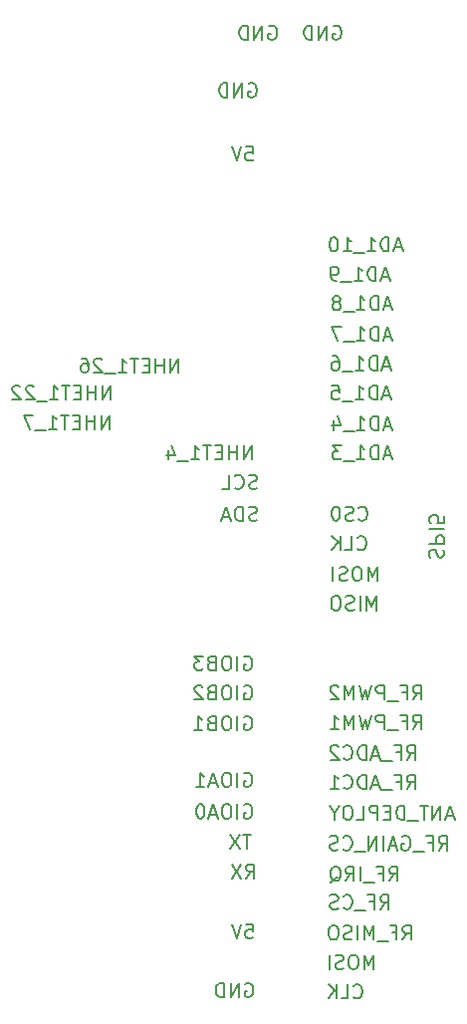
<source format=gbr>
G04 #@! TF.FileFunction,Legend,Bot*
%FSLAX46Y46*%
G04 Gerber Fmt 4.6, Leading zero omitted, Abs format (unit mm)*
G04 Created by KiCad (PCBNEW 4.0.4-stable) date Monday, July 31, 2017 'PMt' 11:33:08 PM*
%MOMM*%
%LPD*%
G01*
G04 APERTURE LIST*
%ADD10C,0.100000*%
%ADD11C,0.200000*%
G04 APERTURE END LIST*
D10*
D11*
X186514285Y-105128571D02*
X186571428Y-105185714D01*
X186742857Y-105242857D01*
X186857143Y-105242857D01*
X187028571Y-105185714D01*
X187142857Y-105071429D01*
X187200000Y-104957143D01*
X187257143Y-104728571D01*
X187257143Y-104557143D01*
X187200000Y-104328571D01*
X187142857Y-104214286D01*
X187028571Y-104100000D01*
X186857143Y-104042857D01*
X186742857Y-104042857D01*
X186571428Y-104100000D01*
X186514285Y-104157143D01*
X185428571Y-105242857D02*
X186000000Y-105242857D01*
X186000000Y-104042857D01*
X185028571Y-105242857D02*
X185028571Y-104042857D01*
X184342856Y-105242857D02*
X184857142Y-104557143D01*
X184342856Y-104042857D02*
X185028571Y-104728571D01*
X188185715Y-102742857D02*
X188185715Y-101542857D01*
X187785715Y-102400000D01*
X187385715Y-101542857D01*
X187385715Y-102742857D01*
X186585714Y-101542857D02*
X186357143Y-101542857D01*
X186242857Y-101600000D01*
X186128571Y-101714286D01*
X186071429Y-101942857D01*
X186071429Y-102342857D01*
X186128571Y-102571429D01*
X186242857Y-102685714D01*
X186357143Y-102742857D01*
X186585714Y-102742857D01*
X186700000Y-102685714D01*
X186814286Y-102571429D01*
X186871429Y-102342857D01*
X186871429Y-101942857D01*
X186814286Y-101714286D01*
X186700000Y-101600000D01*
X186585714Y-101542857D01*
X185614286Y-102685714D02*
X185442857Y-102742857D01*
X185157143Y-102742857D01*
X185042857Y-102685714D01*
X184985714Y-102628571D01*
X184928571Y-102514286D01*
X184928571Y-102400000D01*
X184985714Y-102285714D01*
X185042857Y-102228571D01*
X185157143Y-102171429D01*
X185385714Y-102114286D01*
X185500000Y-102057143D01*
X185557143Y-102000000D01*
X185614286Y-101885714D01*
X185614286Y-101771429D01*
X185557143Y-101657143D01*
X185500000Y-101600000D01*
X185385714Y-101542857D01*
X185100000Y-101542857D01*
X184928571Y-101600000D01*
X184414286Y-102742857D02*
X184414286Y-101542857D01*
X190671428Y-100242857D02*
X191071428Y-99671429D01*
X191357143Y-100242857D02*
X191357143Y-99042857D01*
X190900000Y-99042857D01*
X190785714Y-99100000D01*
X190728571Y-99157143D01*
X190671428Y-99271429D01*
X190671428Y-99442857D01*
X190728571Y-99557143D01*
X190785714Y-99614286D01*
X190900000Y-99671429D01*
X191357143Y-99671429D01*
X189757143Y-99614286D02*
X190157143Y-99614286D01*
X190157143Y-100242857D02*
X190157143Y-99042857D01*
X189585714Y-99042857D01*
X189414286Y-100357143D02*
X188500000Y-100357143D01*
X188214286Y-100242857D02*
X188214286Y-99042857D01*
X187814286Y-99900000D01*
X187414286Y-99042857D01*
X187414286Y-100242857D01*
X186842857Y-100242857D02*
X186842857Y-99042857D01*
X186328571Y-100185714D02*
X186157142Y-100242857D01*
X185871428Y-100242857D01*
X185757142Y-100185714D01*
X185699999Y-100128571D01*
X185642856Y-100014286D01*
X185642856Y-99900000D01*
X185699999Y-99785714D01*
X185757142Y-99728571D01*
X185871428Y-99671429D01*
X186099999Y-99614286D01*
X186214285Y-99557143D01*
X186271428Y-99500000D01*
X186328571Y-99385714D01*
X186328571Y-99271429D01*
X186271428Y-99157143D01*
X186214285Y-99100000D01*
X186099999Y-99042857D01*
X185814285Y-99042857D01*
X185642856Y-99100000D01*
X184899999Y-99042857D02*
X184671428Y-99042857D01*
X184557142Y-99100000D01*
X184442856Y-99214286D01*
X184385714Y-99442857D01*
X184385714Y-99842857D01*
X184442856Y-100071429D01*
X184557142Y-100185714D01*
X184671428Y-100242857D01*
X184899999Y-100242857D01*
X185014285Y-100185714D01*
X185128571Y-100071429D01*
X185185714Y-99842857D01*
X185185714Y-99442857D01*
X185128571Y-99214286D01*
X185014285Y-99100000D01*
X184899999Y-99042857D01*
X188771428Y-97642857D02*
X189171428Y-97071429D01*
X189457143Y-97642857D02*
X189457143Y-96442857D01*
X189000000Y-96442857D01*
X188885714Y-96500000D01*
X188828571Y-96557143D01*
X188771428Y-96671429D01*
X188771428Y-96842857D01*
X188828571Y-96957143D01*
X188885714Y-97014286D01*
X189000000Y-97071429D01*
X189457143Y-97071429D01*
X187857143Y-97014286D02*
X188257143Y-97014286D01*
X188257143Y-97642857D02*
X188257143Y-96442857D01*
X187685714Y-96442857D01*
X187514286Y-97757143D02*
X186600000Y-97757143D01*
X185628571Y-97528571D02*
X185685714Y-97585714D01*
X185857143Y-97642857D01*
X185971429Y-97642857D01*
X186142857Y-97585714D01*
X186257143Y-97471429D01*
X186314286Y-97357143D01*
X186371429Y-97128571D01*
X186371429Y-96957143D01*
X186314286Y-96728571D01*
X186257143Y-96614286D01*
X186142857Y-96500000D01*
X185971429Y-96442857D01*
X185857143Y-96442857D01*
X185685714Y-96500000D01*
X185628571Y-96557143D01*
X185171429Y-97585714D02*
X185000000Y-97642857D01*
X184714286Y-97642857D01*
X184600000Y-97585714D01*
X184542857Y-97528571D01*
X184485714Y-97414286D01*
X184485714Y-97300000D01*
X184542857Y-97185714D01*
X184600000Y-97128571D01*
X184714286Y-97071429D01*
X184942857Y-97014286D01*
X185057143Y-96957143D01*
X185114286Y-96900000D01*
X185171429Y-96785714D01*
X185171429Y-96671429D01*
X185114286Y-96557143D01*
X185057143Y-96500000D01*
X184942857Y-96442857D01*
X184657143Y-96442857D01*
X184485714Y-96500000D01*
X189528571Y-95242857D02*
X189928571Y-94671429D01*
X190214286Y-95242857D02*
X190214286Y-94042857D01*
X189757143Y-94042857D01*
X189642857Y-94100000D01*
X189585714Y-94157143D01*
X189528571Y-94271429D01*
X189528571Y-94442857D01*
X189585714Y-94557143D01*
X189642857Y-94614286D01*
X189757143Y-94671429D01*
X190214286Y-94671429D01*
X188614286Y-94614286D02*
X189014286Y-94614286D01*
X189014286Y-95242857D02*
X189014286Y-94042857D01*
X188442857Y-94042857D01*
X188271429Y-95357143D02*
X187357143Y-95357143D01*
X187071429Y-95242857D02*
X187071429Y-94042857D01*
X185814285Y-95242857D02*
X186214285Y-94671429D01*
X186500000Y-95242857D02*
X186500000Y-94042857D01*
X186042857Y-94042857D01*
X185928571Y-94100000D01*
X185871428Y-94157143D01*
X185814285Y-94271429D01*
X185814285Y-94442857D01*
X185871428Y-94557143D01*
X185928571Y-94614286D01*
X186042857Y-94671429D01*
X186500000Y-94671429D01*
X184500000Y-95357143D02*
X184614285Y-95300000D01*
X184728571Y-95185714D01*
X184900000Y-95014286D01*
X185014285Y-94957143D01*
X185128571Y-94957143D01*
X185071428Y-95242857D02*
X185185714Y-95185714D01*
X185300000Y-95071429D01*
X185357143Y-94842857D01*
X185357143Y-94442857D01*
X185300000Y-94214286D01*
X185185714Y-94100000D01*
X185071428Y-94042857D01*
X184842857Y-94042857D01*
X184728571Y-94100000D01*
X184614285Y-94214286D01*
X184557143Y-94442857D01*
X184557143Y-94842857D01*
X184614285Y-95071429D01*
X184728571Y-95185714D01*
X184842857Y-95242857D01*
X185071428Y-95242857D01*
X193728571Y-92642857D02*
X194128571Y-92071429D01*
X194414286Y-92642857D02*
X194414286Y-91442857D01*
X193957143Y-91442857D01*
X193842857Y-91500000D01*
X193785714Y-91557143D01*
X193728571Y-91671429D01*
X193728571Y-91842857D01*
X193785714Y-91957143D01*
X193842857Y-92014286D01*
X193957143Y-92071429D01*
X194414286Y-92071429D01*
X192814286Y-92014286D02*
X193214286Y-92014286D01*
X193214286Y-92642857D02*
X193214286Y-91442857D01*
X192642857Y-91442857D01*
X192471429Y-92757143D02*
X191557143Y-92757143D01*
X190642857Y-91500000D02*
X190757143Y-91442857D01*
X190928572Y-91442857D01*
X191100000Y-91500000D01*
X191214286Y-91614286D01*
X191271429Y-91728571D01*
X191328572Y-91957143D01*
X191328572Y-92128571D01*
X191271429Y-92357143D01*
X191214286Y-92471429D01*
X191100000Y-92585714D01*
X190928572Y-92642857D01*
X190814286Y-92642857D01*
X190642857Y-92585714D01*
X190585714Y-92528571D01*
X190585714Y-92128571D01*
X190814286Y-92128571D01*
X190128572Y-92300000D02*
X189557143Y-92300000D01*
X190242857Y-92642857D02*
X189842857Y-91442857D01*
X189442857Y-92642857D01*
X189042858Y-92642857D02*
X189042858Y-91442857D01*
X188471429Y-92642857D02*
X188471429Y-91442857D01*
X187785714Y-92642857D01*
X187785714Y-91442857D01*
X187500000Y-92757143D02*
X186585714Y-92757143D01*
X185614285Y-92528571D02*
X185671428Y-92585714D01*
X185842857Y-92642857D01*
X185957143Y-92642857D01*
X186128571Y-92585714D01*
X186242857Y-92471429D01*
X186300000Y-92357143D01*
X186357143Y-92128571D01*
X186357143Y-91957143D01*
X186300000Y-91728571D01*
X186242857Y-91614286D01*
X186128571Y-91500000D01*
X185957143Y-91442857D01*
X185842857Y-91442857D01*
X185671428Y-91500000D01*
X185614285Y-91557143D01*
X185157143Y-92585714D02*
X184985714Y-92642857D01*
X184700000Y-92642857D01*
X184585714Y-92585714D01*
X184528571Y-92528571D01*
X184471428Y-92414286D01*
X184471428Y-92300000D01*
X184528571Y-92185714D01*
X184585714Y-92128571D01*
X184700000Y-92071429D01*
X184928571Y-92014286D01*
X185042857Y-91957143D01*
X185100000Y-91900000D01*
X185157143Y-91785714D01*
X185157143Y-91671429D01*
X185100000Y-91557143D01*
X185042857Y-91500000D01*
X184928571Y-91442857D01*
X184642857Y-91442857D01*
X184471428Y-91500000D01*
X194971429Y-89700000D02*
X194400000Y-89700000D01*
X195085714Y-90042857D02*
X194685714Y-88842857D01*
X194285714Y-90042857D01*
X193885715Y-90042857D02*
X193885715Y-88842857D01*
X193200000Y-90042857D01*
X193200000Y-88842857D01*
X192800000Y-88842857D02*
X192114286Y-88842857D01*
X192457143Y-90042857D02*
X192457143Y-88842857D01*
X192000000Y-90157143D02*
X191085714Y-90157143D01*
X190800000Y-90042857D02*
X190800000Y-88842857D01*
X190514285Y-88842857D01*
X190342857Y-88900000D01*
X190228571Y-89014286D01*
X190171428Y-89128571D01*
X190114285Y-89357143D01*
X190114285Y-89528571D01*
X190171428Y-89757143D01*
X190228571Y-89871429D01*
X190342857Y-89985714D01*
X190514285Y-90042857D01*
X190800000Y-90042857D01*
X189600000Y-89414286D02*
X189200000Y-89414286D01*
X189028571Y-90042857D02*
X189600000Y-90042857D01*
X189600000Y-88842857D01*
X189028571Y-88842857D01*
X188514286Y-90042857D02*
X188514286Y-88842857D01*
X188057143Y-88842857D01*
X187942857Y-88900000D01*
X187885714Y-88957143D01*
X187828571Y-89071429D01*
X187828571Y-89242857D01*
X187885714Y-89357143D01*
X187942857Y-89414286D01*
X188057143Y-89471429D01*
X188514286Y-89471429D01*
X186742857Y-90042857D02*
X187314286Y-90042857D01*
X187314286Y-88842857D01*
X186114285Y-88842857D02*
X185885714Y-88842857D01*
X185771428Y-88900000D01*
X185657142Y-89014286D01*
X185600000Y-89242857D01*
X185600000Y-89642857D01*
X185657142Y-89871429D01*
X185771428Y-89985714D01*
X185885714Y-90042857D01*
X186114285Y-90042857D01*
X186228571Y-89985714D01*
X186342857Y-89871429D01*
X186400000Y-89642857D01*
X186400000Y-89242857D01*
X186342857Y-89014286D01*
X186228571Y-88900000D01*
X186114285Y-88842857D01*
X184857142Y-89471429D02*
X184857142Y-90042857D01*
X185257142Y-88842857D02*
X184857142Y-89471429D01*
X184457142Y-88842857D01*
X191028571Y-87442857D02*
X191428571Y-86871429D01*
X191714286Y-87442857D02*
X191714286Y-86242857D01*
X191257143Y-86242857D01*
X191142857Y-86300000D01*
X191085714Y-86357143D01*
X191028571Y-86471429D01*
X191028571Y-86642857D01*
X191085714Y-86757143D01*
X191142857Y-86814286D01*
X191257143Y-86871429D01*
X191714286Y-86871429D01*
X190114286Y-86814286D02*
X190514286Y-86814286D01*
X190514286Y-87442857D02*
X190514286Y-86242857D01*
X189942857Y-86242857D01*
X189771429Y-87557143D02*
X188857143Y-87557143D01*
X188628572Y-87100000D02*
X188057143Y-87100000D01*
X188742857Y-87442857D02*
X188342857Y-86242857D01*
X187942857Y-87442857D01*
X187542858Y-87442857D02*
X187542858Y-86242857D01*
X187257143Y-86242857D01*
X187085715Y-86300000D01*
X186971429Y-86414286D01*
X186914286Y-86528571D01*
X186857143Y-86757143D01*
X186857143Y-86928571D01*
X186914286Y-87157143D01*
X186971429Y-87271429D01*
X187085715Y-87385714D01*
X187257143Y-87442857D01*
X187542858Y-87442857D01*
X185657143Y-87328571D02*
X185714286Y-87385714D01*
X185885715Y-87442857D01*
X186000001Y-87442857D01*
X186171429Y-87385714D01*
X186285715Y-87271429D01*
X186342858Y-87157143D01*
X186400001Y-86928571D01*
X186400001Y-86757143D01*
X186342858Y-86528571D01*
X186285715Y-86414286D01*
X186171429Y-86300000D01*
X186000001Y-86242857D01*
X185885715Y-86242857D01*
X185714286Y-86300000D01*
X185657143Y-86357143D01*
X184514286Y-87442857D02*
X185200001Y-87442857D01*
X184857143Y-87442857D02*
X184857143Y-86242857D01*
X184971429Y-86414286D01*
X185085715Y-86528571D01*
X185200001Y-86585714D01*
X191028571Y-84942857D02*
X191428571Y-84371429D01*
X191714286Y-84942857D02*
X191714286Y-83742857D01*
X191257143Y-83742857D01*
X191142857Y-83800000D01*
X191085714Y-83857143D01*
X191028571Y-83971429D01*
X191028571Y-84142857D01*
X191085714Y-84257143D01*
X191142857Y-84314286D01*
X191257143Y-84371429D01*
X191714286Y-84371429D01*
X190114286Y-84314286D02*
X190514286Y-84314286D01*
X190514286Y-84942857D02*
X190514286Y-83742857D01*
X189942857Y-83742857D01*
X189771429Y-85057143D02*
X188857143Y-85057143D01*
X188628572Y-84600000D02*
X188057143Y-84600000D01*
X188742857Y-84942857D02*
X188342857Y-83742857D01*
X187942857Y-84942857D01*
X187542858Y-84942857D02*
X187542858Y-83742857D01*
X187257143Y-83742857D01*
X187085715Y-83800000D01*
X186971429Y-83914286D01*
X186914286Y-84028571D01*
X186857143Y-84257143D01*
X186857143Y-84428571D01*
X186914286Y-84657143D01*
X186971429Y-84771429D01*
X187085715Y-84885714D01*
X187257143Y-84942857D01*
X187542858Y-84942857D01*
X185657143Y-84828571D02*
X185714286Y-84885714D01*
X185885715Y-84942857D01*
X186000001Y-84942857D01*
X186171429Y-84885714D01*
X186285715Y-84771429D01*
X186342858Y-84657143D01*
X186400001Y-84428571D01*
X186400001Y-84257143D01*
X186342858Y-84028571D01*
X186285715Y-83914286D01*
X186171429Y-83800000D01*
X186000001Y-83742857D01*
X185885715Y-83742857D01*
X185714286Y-83800000D01*
X185657143Y-83857143D01*
X185200001Y-83857143D02*
X185142858Y-83800000D01*
X185028572Y-83742857D01*
X184742858Y-83742857D01*
X184628572Y-83800000D01*
X184571429Y-83857143D01*
X184514286Y-83971429D01*
X184514286Y-84085714D01*
X184571429Y-84257143D01*
X185257143Y-84942857D01*
X184514286Y-84942857D01*
X191528571Y-82342857D02*
X191928571Y-81771429D01*
X192214286Y-82342857D02*
X192214286Y-81142857D01*
X191757143Y-81142857D01*
X191642857Y-81200000D01*
X191585714Y-81257143D01*
X191528571Y-81371429D01*
X191528571Y-81542857D01*
X191585714Y-81657143D01*
X191642857Y-81714286D01*
X191757143Y-81771429D01*
X192214286Y-81771429D01*
X190614286Y-81714286D02*
X191014286Y-81714286D01*
X191014286Y-82342857D02*
X191014286Y-81142857D01*
X190442857Y-81142857D01*
X190271429Y-82457143D02*
X189357143Y-82457143D01*
X189071429Y-82342857D02*
X189071429Y-81142857D01*
X188614286Y-81142857D01*
X188500000Y-81200000D01*
X188442857Y-81257143D01*
X188385714Y-81371429D01*
X188385714Y-81542857D01*
X188442857Y-81657143D01*
X188500000Y-81714286D01*
X188614286Y-81771429D01*
X189071429Y-81771429D01*
X187985714Y-81142857D02*
X187700000Y-82342857D01*
X187471429Y-81485714D01*
X187242857Y-82342857D01*
X186957143Y-81142857D01*
X186500000Y-82342857D02*
X186500000Y-81142857D01*
X186100000Y-82000000D01*
X185700000Y-81142857D01*
X185700000Y-82342857D01*
X184499999Y-82342857D02*
X185185714Y-82342857D01*
X184842856Y-82342857D02*
X184842856Y-81142857D01*
X184957142Y-81314286D01*
X185071428Y-81428571D01*
X185185714Y-81485714D01*
X191528571Y-79842857D02*
X191928571Y-79271429D01*
X192214286Y-79842857D02*
X192214286Y-78642857D01*
X191757143Y-78642857D01*
X191642857Y-78700000D01*
X191585714Y-78757143D01*
X191528571Y-78871429D01*
X191528571Y-79042857D01*
X191585714Y-79157143D01*
X191642857Y-79214286D01*
X191757143Y-79271429D01*
X192214286Y-79271429D01*
X190614286Y-79214286D02*
X191014286Y-79214286D01*
X191014286Y-79842857D02*
X191014286Y-78642857D01*
X190442857Y-78642857D01*
X190271429Y-79957143D02*
X189357143Y-79957143D01*
X189071429Y-79842857D02*
X189071429Y-78642857D01*
X188614286Y-78642857D01*
X188500000Y-78700000D01*
X188442857Y-78757143D01*
X188385714Y-78871429D01*
X188385714Y-79042857D01*
X188442857Y-79157143D01*
X188500000Y-79214286D01*
X188614286Y-79271429D01*
X189071429Y-79271429D01*
X187985714Y-78642857D02*
X187700000Y-79842857D01*
X187471429Y-78985714D01*
X187242857Y-79842857D01*
X186957143Y-78642857D01*
X186500000Y-79842857D02*
X186500000Y-78642857D01*
X186100000Y-79500000D01*
X185700000Y-78642857D01*
X185700000Y-79842857D01*
X185185714Y-78757143D02*
X185128571Y-78700000D01*
X185014285Y-78642857D01*
X184728571Y-78642857D01*
X184614285Y-78700000D01*
X184557142Y-78757143D01*
X184499999Y-78871429D01*
X184499999Y-78985714D01*
X184557142Y-79157143D01*
X185242856Y-79842857D01*
X184499999Y-79842857D01*
X188414286Y-72242857D02*
X188414286Y-71042857D01*
X188014286Y-71900000D01*
X187614286Y-71042857D01*
X187614286Y-72242857D01*
X187042857Y-72242857D02*
X187042857Y-71042857D01*
X186528571Y-72185714D02*
X186357142Y-72242857D01*
X186071428Y-72242857D01*
X185957142Y-72185714D01*
X185899999Y-72128571D01*
X185842856Y-72014286D01*
X185842856Y-71900000D01*
X185899999Y-71785714D01*
X185957142Y-71728571D01*
X186071428Y-71671429D01*
X186299999Y-71614286D01*
X186414285Y-71557143D01*
X186471428Y-71500000D01*
X186528571Y-71385714D01*
X186528571Y-71271429D01*
X186471428Y-71157143D01*
X186414285Y-71100000D01*
X186299999Y-71042857D01*
X186014285Y-71042857D01*
X185842856Y-71100000D01*
X185099999Y-71042857D02*
X184871428Y-71042857D01*
X184757142Y-71100000D01*
X184642856Y-71214286D01*
X184585714Y-71442857D01*
X184585714Y-71842857D01*
X184642856Y-72071429D01*
X184757142Y-72185714D01*
X184871428Y-72242857D01*
X185099999Y-72242857D01*
X185214285Y-72185714D01*
X185328571Y-72071429D01*
X185385714Y-71842857D01*
X185385714Y-71442857D01*
X185328571Y-71214286D01*
X185214285Y-71100000D01*
X185099999Y-71042857D01*
X188514286Y-69742857D02*
X188514286Y-68542857D01*
X188114286Y-69400000D01*
X187714286Y-68542857D01*
X187714286Y-69742857D01*
X186914285Y-68542857D02*
X186685714Y-68542857D01*
X186571428Y-68600000D01*
X186457142Y-68714286D01*
X186400000Y-68942857D01*
X186400000Y-69342857D01*
X186457142Y-69571429D01*
X186571428Y-69685714D01*
X186685714Y-69742857D01*
X186914285Y-69742857D01*
X187028571Y-69685714D01*
X187142857Y-69571429D01*
X187200000Y-69342857D01*
X187200000Y-68942857D01*
X187142857Y-68714286D01*
X187028571Y-68600000D01*
X186914285Y-68542857D01*
X185942857Y-69685714D02*
X185771428Y-69742857D01*
X185485714Y-69742857D01*
X185371428Y-69685714D01*
X185314285Y-69628571D01*
X185257142Y-69514286D01*
X185257142Y-69400000D01*
X185314285Y-69285714D01*
X185371428Y-69228571D01*
X185485714Y-69171429D01*
X185714285Y-69114286D01*
X185828571Y-69057143D01*
X185885714Y-69000000D01*
X185942857Y-68885714D01*
X185942857Y-68771429D01*
X185885714Y-68657143D01*
X185828571Y-68600000D01*
X185714285Y-68542857D01*
X185428571Y-68542857D01*
X185257142Y-68600000D01*
X184742857Y-69742857D02*
X184742857Y-68542857D01*
X186828571Y-67028571D02*
X186885714Y-67085714D01*
X187057143Y-67142857D01*
X187171429Y-67142857D01*
X187342857Y-67085714D01*
X187457143Y-66971429D01*
X187514286Y-66857143D01*
X187571429Y-66628571D01*
X187571429Y-66457143D01*
X187514286Y-66228571D01*
X187457143Y-66114286D01*
X187342857Y-66000000D01*
X187171429Y-65942857D01*
X187057143Y-65942857D01*
X186885714Y-66000000D01*
X186828571Y-66057143D01*
X185742857Y-67142857D02*
X186314286Y-67142857D01*
X186314286Y-65942857D01*
X185342857Y-67142857D02*
X185342857Y-65942857D01*
X184657142Y-67142857D02*
X185171428Y-66457143D01*
X184657142Y-65942857D02*
X185342857Y-66628571D01*
X193014286Y-67771429D02*
X192957143Y-67600000D01*
X192957143Y-67314286D01*
X193014286Y-67200000D01*
X193071429Y-67142857D01*
X193185714Y-67085714D01*
X193300000Y-67085714D01*
X193414286Y-67142857D01*
X193471429Y-67200000D01*
X193528571Y-67314286D01*
X193585714Y-67542857D01*
X193642857Y-67657143D01*
X193700000Y-67714286D01*
X193814286Y-67771429D01*
X193928571Y-67771429D01*
X194042857Y-67714286D01*
X194100000Y-67657143D01*
X194157143Y-67542857D01*
X194157143Y-67257143D01*
X194100000Y-67085714D01*
X192957143Y-66571429D02*
X194157143Y-66571429D01*
X194157143Y-66114286D01*
X194100000Y-66000000D01*
X194042857Y-65942857D01*
X193928571Y-65885714D01*
X193757143Y-65885714D01*
X193642857Y-65942857D01*
X193585714Y-66000000D01*
X193528571Y-66114286D01*
X193528571Y-66571429D01*
X192957143Y-65371429D02*
X194157143Y-65371429D01*
X194157143Y-64228571D02*
X194157143Y-64800000D01*
X193585714Y-64857143D01*
X193642857Y-64800000D01*
X193700000Y-64685714D01*
X193700000Y-64400000D01*
X193642857Y-64285714D01*
X193585714Y-64228571D01*
X193471429Y-64171428D01*
X193185714Y-64171428D01*
X193071429Y-64228571D01*
X193014286Y-64285714D01*
X192957143Y-64400000D01*
X192957143Y-64685714D01*
X193014286Y-64800000D01*
X193071429Y-64857143D01*
X186928571Y-64528571D02*
X186985714Y-64585714D01*
X187157143Y-64642857D01*
X187271429Y-64642857D01*
X187442857Y-64585714D01*
X187557143Y-64471429D01*
X187614286Y-64357143D01*
X187671429Y-64128571D01*
X187671429Y-63957143D01*
X187614286Y-63728571D01*
X187557143Y-63614286D01*
X187442857Y-63500000D01*
X187271429Y-63442857D01*
X187157143Y-63442857D01*
X186985714Y-63500000D01*
X186928571Y-63557143D01*
X186471429Y-64585714D02*
X186300000Y-64642857D01*
X186014286Y-64642857D01*
X185900000Y-64585714D01*
X185842857Y-64528571D01*
X185785714Y-64414286D01*
X185785714Y-64300000D01*
X185842857Y-64185714D01*
X185900000Y-64128571D01*
X186014286Y-64071429D01*
X186242857Y-64014286D01*
X186357143Y-63957143D01*
X186414286Y-63900000D01*
X186471429Y-63785714D01*
X186471429Y-63671429D01*
X186414286Y-63557143D01*
X186357143Y-63500000D01*
X186242857Y-63442857D01*
X185957143Y-63442857D01*
X185785714Y-63500000D01*
X185042857Y-63442857D02*
X184928572Y-63442857D01*
X184814286Y-63500000D01*
X184757143Y-63557143D01*
X184700000Y-63671429D01*
X184642857Y-63900000D01*
X184642857Y-64185714D01*
X184700000Y-64414286D01*
X184757143Y-64528571D01*
X184814286Y-64585714D01*
X184928572Y-64642857D01*
X185042857Y-64642857D01*
X185157143Y-64585714D01*
X185214286Y-64528571D01*
X185271429Y-64414286D01*
X185328572Y-64185714D01*
X185328572Y-63900000D01*
X185271429Y-63671429D01*
X185214286Y-63557143D01*
X185157143Y-63500000D01*
X185042857Y-63442857D01*
X189671429Y-59100000D02*
X189100000Y-59100000D01*
X189785714Y-59442857D02*
X189385714Y-58242857D01*
X188985714Y-59442857D01*
X188585715Y-59442857D02*
X188585715Y-58242857D01*
X188300000Y-58242857D01*
X188128572Y-58300000D01*
X188014286Y-58414286D01*
X187957143Y-58528571D01*
X187900000Y-58757143D01*
X187900000Y-58928571D01*
X187957143Y-59157143D01*
X188014286Y-59271429D01*
X188128572Y-59385714D01*
X188300000Y-59442857D01*
X188585715Y-59442857D01*
X186757143Y-59442857D02*
X187442858Y-59442857D01*
X187100000Y-59442857D02*
X187100000Y-58242857D01*
X187214286Y-58414286D01*
X187328572Y-58528571D01*
X187442858Y-58585714D01*
X186528572Y-59557143D02*
X185614286Y-59557143D01*
X185442857Y-58242857D02*
X184700000Y-58242857D01*
X185100000Y-58700000D01*
X184928572Y-58700000D01*
X184814286Y-58757143D01*
X184757143Y-58814286D01*
X184700000Y-58928571D01*
X184700000Y-59214286D01*
X184757143Y-59328571D01*
X184814286Y-59385714D01*
X184928572Y-59442857D01*
X185271429Y-59442857D01*
X185385715Y-59385714D01*
X185442857Y-59328571D01*
X189671429Y-56600000D02*
X189100000Y-56600000D01*
X189785714Y-56942857D02*
X189385714Y-55742857D01*
X188985714Y-56942857D01*
X188585715Y-56942857D02*
X188585715Y-55742857D01*
X188300000Y-55742857D01*
X188128572Y-55800000D01*
X188014286Y-55914286D01*
X187957143Y-56028571D01*
X187900000Y-56257143D01*
X187900000Y-56428571D01*
X187957143Y-56657143D01*
X188014286Y-56771429D01*
X188128572Y-56885714D01*
X188300000Y-56942857D01*
X188585715Y-56942857D01*
X186757143Y-56942857D02*
X187442858Y-56942857D01*
X187100000Y-56942857D02*
X187100000Y-55742857D01*
X187214286Y-55914286D01*
X187328572Y-56028571D01*
X187442858Y-56085714D01*
X186528572Y-57057143D02*
X185614286Y-57057143D01*
X184814286Y-56142857D02*
X184814286Y-56942857D01*
X185100000Y-55685714D02*
X185385715Y-56542857D01*
X184642857Y-56542857D01*
X189571429Y-54000000D02*
X189000000Y-54000000D01*
X189685714Y-54342857D02*
X189285714Y-53142857D01*
X188885714Y-54342857D01*
X188485715Y-54342857D02*
X188485715Y-53142857D01*
X188200000Y-53142857D01*
X188028572Y-53200000D01*
X187914286Y-53314286D01*
X187857143Y-53428571D01*
X187800000Y-53657143D01*
X187800000Y-53828571D01*
X187857143Y-54057143D01*
X187914286Y-54171429D01*
X188028572Y-54285714D01*
X188200000Y-54342857D01*
X188485715Y-54342857D01*
X186657143Y-54342857D02*
X187342858Y-54342857D01*
X187000000Y-54342857D02*
X187000000Y-53142857D01*
X187114286Y-53314286D01*
X187228572Y-53428571D01*
X187342858Y-53485714D01*
X186428572Y-54457143D02*
X185514286Y-54457143D01*
X184657143Y-53142857D02*
X185228572Y-53142857D01*
X185285715Y-53714286D01*
X185228572Y-53657143D01*
X185114286Y-53600000D01*
X184828572Y-53600000D01*
X184714286Y-53657143D01*
X184657143Y-53714286D01*
X184600000Y-53828571D01*
X184600000Y-54114286D01*
X184657143Y-54228571D01*
X184714286Y-54285714D01*
X184828572Y-54342857D01*
X185114286Y-54342857D01*
X185228572Y-54285714D01*
X185285715Y-54228571D01*
X189571429Y-51500000D02*
X189000000Y-51500000D01*
X189685714Y-51842857D02*
X189285714Y-50642857D01*
X188885714Y-51842857D01*
X188485715Y-51842857D02*
X188485715Y-50642857D01*
X188200000Y-50642857D01*
X188028572Y-50700000D01*
X187914286Y-50814286D01*
X187857143Y-50928571D01*
X187800000Y-51157143D01*
X187800000Y-51328571D01*
X187857143Y-51557143D01*
X187914286Y-51671429D01*
X188028572Y-51785714D01*
X188200000Y-51842857D01*
X188485715Y-51842857D01*
X186657143Y-51842857D02*
X187342858Y-51842857D01*
X187000000Y-51842857D02*
X187000000Y-50642857D01*
X187114286Y-50814286D01*
X187228572Y-50928571D01*
X187342858Y-50985714D01*
X186428572Y-51957143D02*
X185514286Y-51957143D01*
X184714286Y-50642857D02*
X184942857Y-50642857D01*
X185057143Y-50700000D01*
X185114286Y-50757143D01*
X185228572Y-50928571D01*
X185285715Y-51157143D01*
X185285715Y-51614286D01*
X185228572Y-51728571D01*
X185171429Y-51785714D01*
X185057143Y-51842857D01*
X184828572Y-51842857D01*
X184714286Y-51785714D01*
X184657143Y-51728571D01*
X184600000Y-51614286D01*
X184600000Y-51328571D01*
X184657143Y-51214286D01*
X184714286Y-51157143D01*
X184828572Y-51100000D01*
X185057143Y-51100000D01*
X185171429Y-51157143D01*
X185228572Y-51214286D01*
X185285715Y-51328571D01*
X189671429Y-49000000D02*
X189100000Y-49000000D01*
X189785714Y-49342857D02*
X189385714Y-48142857D01*
X188985714Y-49342857D01*
X188585715Y-49342857D02*
X188585715Y-48142857D01*
X188300000Y-48142857D01*
X188128572Y-48200000D01*
X188014286Y-48314286D01*
X187957143Y-48428571D01*
X187900000Y-48657143D01*
X187900000Y-48828571D01*
X187957143Y-49057143D01*
X188014286Y-49171429D01*
X188128572Y-49285714D01*
X188300000Y-49342857D01*
X188585715Y-49342857D01*
X186757143Y-49342857D02*
X187442858Y-49342857D01*
X187100000Y-49342857D02*
X187100000Y-48142857D01*
X187214286Y-48314286D01*
X187328572Y-48428571D01*
X187442858Y-48485714D01*
X186528572Y-49457143D02*
X185614286Y-49457143D01*
X185442857Y-48142857D02*
X184642857Y-48142857D01*
X185157143Y-49342857D01*
X189671429Y-46400000D02*
X189100000Y-46400000D01*
X189785714Y-46742857D02*
X189385714Y-45542857D01*
X188985714Y-46742857D01*
X188585715Y-46742857D02*
X188585715Y-45542857D01*
X188300000Y-45542857D01*
X188128572Y-45600000D01*
X188014286Y-45714286D01*
X187957143Y-45828571D01*
X187900000Y-46057143D01*
X187900000Y-46228571D01*
X187957143Y-46457143D01*
X188014286Y-46571429D01*
X188128572Y-46685714D01*
X188300000Y-46742857D01*
X188585715Y-46742857D01*
X186757143Y-46742857D02*
X187442858Y-46742857D01*
X187100000Y-46742857D02*
X187100000Y-45542857D01*
X187214286Y-45714286D01*
X187328572Y-45828571D01*
X187442858Y-45885714D01*
X186528572Y-46857143D02*
X185614286Y-46857143D01*
X185157143Y-46057143D02*
X185271429Y-46000000D01*
X185328572Y-45942857D01*
X185385715Y-45828571D01*
X185385715Y-45771429D01*
X185328572Y-45657143D01*
X185271429Y-45600000D01*
X185157143Y-45542857D01*
X184928572Y-45542857D01*
X184814286Y-45600000D01*
X184757143Y-45657143D01*
X184700000Y-45771429D01*
X184700000Y-45828571D01*
X184757143Y-45942857D01*
X184814286Y-46000000D01*
X184928572Y-46057143D01*
X185157143Y-46057143D01*
X185271429Y-46114286D01*
X185328572Y-46171429D01*
X185385715Y-46285714D01*
X185385715Y-46514286D01*
X185328572Y-46628571D01*
X185271429Y-46685714D01*
X185157143Y-46742857D01*
X184928572Y-46742857D01*
X184814286Y-46685714D01*
X184757143Y-46628571D01*
X184700000Y-46514286D01*
X184700000Y-46285714D01*
X184757143Y-46171429D01*
X184814286Y-46114286D01*
X184928572Y-46057143D01*
X189471429Y-43900000D02*
X188900000Y-43900000D01*
X189585714Y-44242857D02*
X189185714Y-43042857D01*
X188785714Y-44242857D01*
X188385715Y-44242857D02*
X188385715Y-43042857D01*
X188100000Y-43042857D01*
X187928572Y-43100000D01*
X187814286Y-43214286D01*
X187757143Y-43328571D01*
X187700000Y-43557143D01*
X187700000Y-43728571D01*
X187757143Y-43957143D01*
X187814286Y-44071429D01*
X187928572Y-44185714D01*
X188100000Y-44242857D01*
X188385715Y-44242857D01*
X186557143Y-44242857D02*
X187242858Y-44242857D01*
X186900000Y-44242857D02*
X186900000Y-43042857D01*
X187014286Y-43214286D01*
X187128572Y-43328571D01*
X187242858Y-43385714D01*
X186328572Y-44357143D02*
X185414286Y-44357143D01*
X185071429Y-44242857D02*
X184842857Y-44242857D01*
X184728572Y-44185714D01*
X184671429Y-44128571D01*
X184557143Y-43957143D01*
X184500000Y-43728571D01*
X184500000Y-43271429D01*
X184557143Y-43157143D01*
X184614286Y-43100000D01*
X184728572Y-43042857D01*
X184957143Y-43042857D01*
X185071429Y-43100000D01*
X185128572Y-43157143D01*
X185185715Y-43271429D01*
X185185715Y-43557143D01*
X185128572Y-43671429D01*
X185071429Y-43728571D01*
X184957143Y-43785714D01*
X184728572Y-43785714D01*
X184614286Y-43728571D01*
X184557143Y-43671429D01*
X184500000Y-43557143D01*
X190571429Y-41400000D02*
X190000000Y-41400000D01*
X190685714Y-41742857D02*
X190285714Y-40542857D01*
X189885714Y-41742857D01*
X189485715Y-41742857D02*
X189485715Y-40542857D01*
X189200000Y-40542857D01*
X189028572Y-40600000D01*
X188914286Y-40714286D01*
X188857143Y-40828571D01*
X188800000Y-41057143D01*
X188800000Y-41228571D01*
X188857143Y-41457143D01*
X188914286Y-41571429D01*
X189028572Y-41685714D01*
X189200000Y-41742857D01*
X189485715Y-41742857D01*
X187657143Y-41742857D02*
X188342858Y-41742857D01*
X188000000Y-41742857D02*
X188000000Y-40542857D01*
X188114286Y-40714286D01*
X188228572Y-40828571D01*
X188342858Y-40885714D01*
X187428572Y-41857143D02*
X186514286Y-41857143D01*
X185600000Y-41742857D02*
X186285715Y-41742857D01*
X185942857Y-41742857D02*
X185942857Y-40542857D01*
X186057143Y-40714286D01*
X186171429Y-40828571D01*
X186285715Y-40885714D01*
X184857143Y-40542857D02*
X184742858Y-40542857D01*
X184628572Y-40600000D01*
X184571429Y-40657143D01*
X184514286Y-40771429D01*
X184457143Y-41000000D01*
X184457143Y-41285714D01*
X184514286Y-41514286D01*
X184571429Y-41628571D01*
X184628572Y-41685714D01*
X184742858Y-41742857D01*
X184857143Y-41742857D01*
X184971429Y-41685714D01*
X185028572Y-41628571D01*
X185085715Y-41514286D01*
X185142858Y-41285714D01*
X185142858Y-41000000D01*
X185085715Y-40771429D01*
X185028572Y-40657143D01*
X184971429Y-40600000D01*
X184857143Y-40542857D01*
X184785714Y-22600000D02*
X184900000Y-22542857D01*
X185071429Y-22542857D01*
X185242857Y-22600000D01*
X185357143Y-22714286D01*
X185414286Y-22828571D01*
X185471429Y-23057143D01*
X185471429Y-23228571D01*
X185414286Y-23457143D01*
X185357143Y-23571429D01*
X185242857Y-23685714D01*
X185071429Y-23742857D01*
X184957143Y-23742857D01*
X184785714Y-23685714D01*
X184728571Y-23628571D01*
X184728571Y-23228571D01*
X184957143Y-23228571D01*
X184214286Y-23742857D02*
X184214286Y-22542857D01*
X183528571Y-23742857D01*
X183528571Y-22542857D01*
X182957143Y-23742857D02*
X182957143Y-22542857D01*
X182671428Y-22542857D01*
X182500000Y-22600000D01*
X182385714Y-22714286D01*
X182328571Y-22828571D01*
X182271428Y-23057143D01*
X182271428Y-23228571D01*
X182328571Y-23457143D01*
X182385714Y-23571429D01*
X182500000Y-23685714D01*
X182671428Y-23742857D01*
X182957143Y-23742857D01*
X179299999Y-22600000D02*
X179414285Y-22542857D01*
X179585714Y-22542857D01*
X179757142Y-22600000D01*
X179871428Y-22714286D01*
X179928571Y-22828571D01*
X179985714Y-23057143D01*
X179985714Y-23228571D01*
X179928571Y-23457143D01*
X179871428Y-23571429D01*
X179757142Y-23685714D01*
X179585714Y-23742857D01*
X179471428Y-23742857D01*
X179299999Y-23685714D01*
X179242856Y-23628571D01*
X179242856Y-23228571D01*
X179471428Y-23228571D01*
X178728571Y-23742857D02*
X178728571Y-22542857D01*
X178042856Y-23742857D01*
X178042856Y-22542857D01*
X177471428Y-23742857D02*
X177471428Y-22542857D01*
X177185713Y-22542857D01*
X177014285Y-22600000D01*
X176899999Y-22714286D01*
X176842856Y-22828571D01*
X176785713Y-23057143D01*
X176785713Y-23228571D01*
X176842856Y-23457143D01*
X176899999Y-23571429D01*
X177014285Y-23685714D01*
X177185713Y-23742857D01*
X177471428Y-23742857D01*
X177585714Y-27500000D02*
X177700000Y-27442857D01*
X177871429Y-27442857D01*
X178042857Y-27500000D01*
X178157143Y-27614286D01*
X178214286Y-27728571D01*
X178271429Y-27957143D01*
X178271429Y-28128571D01*
X178214286Y-28357143D01*
X178157143Y-28471429D01*
X178042857Y-28585714D01*
X177871429Y-28642857D01*
X177757143Y-28642857D01*
X177585714Y-28585714D01*
X177528571Y-28528571D01*
X177528571Y-28128571D01*
X177757143Y-28128571D01*
X177014286Y-28642857D02*
X177014286Y-27442857D01*
X176328571Y-28642857D01*
X176328571Y-27442857D01*
X175757143Y-28642857D02*
X175757143Y-27442857D01*
X175471428Y-27442857D01*
X175300000Y-27500000D01*
X175185714Y-27614286D01*
X175128571Y-27728571D01*
X175071428Y-27957143D01*
X175071428Y-28128571D01*
X175128571Y-28357143D01*
X175185714Y-28471429D01*
X175300000Y-28585714D01*
X175471428Y-28642857D01*
X175757143Y-28642857D01*
X177342857Y-32842857D02*
X177914286Y-32842857D01*
X177971429Y-33414286D01*
X177914286Y-33357143D01*
X177800000Y-33300000D01*
X177514286Y-33300000D01*
X177400000Y-33357143D01*
X177342857Y-33414286D01*
X177285714Y-33528571D01*
X177285714Y-33814286D01*
X177342857Y-33928571D01*
X177400000Y-33985714D01*
X177514286Y-34042857D01*
X177800000Y-34042857D01*
X177914286Y-33985714D01*
X177971429Y-33928571D01*
X176942857Y-32842857D02*
X176542857Y-34042857D01*
X176142857Y-32842857D01*
X171614286Y-52042857D02*
X171614286Y-50842857D01*
X170928571Y-52042857D01*
X170928571Y-50842857D01*
X170357143Y-52042857D02*
X170357143Y-50842857D01*
X170357143Y-51414286D02*
X169671428Y-51414286D01*
X169671428Y-52042857D02*
X169671428Y-50842857D01*
X169100000Y-51414286D02*
X168700000Y-51414286D01*
X168528571Y-52042857D02*
X169100000Y-52042857D01*
X169100000Y-50842857D01*
X168528571Y-50842857D01*
X168185714Y-50842857D02*
X167500000Y-50842857D01*
X167842857Y-52042857D02*
X167842857Y-50842857D01*
X166471428Y-52042857D02*
X167157143Y-52042857D01*
X166814285Y-52042857D02*
X166814285Y-50842857D01*
X166928571Y-51014286D01*
X167042857Y-51128571D01*
X167157143Y-51185714D01*
X166242857Y-52157143D02*
X165328571Y-52157143D01*
X165100000Y-50957143D02*
X165042857Y-50900000D01*
X164928571Y-50842857D01*
X164642857Y-50842857D01*
X164528571Y-50900000D01*
X164471428Y-50957143D01*
X164414285Y-51071429D01*
X164414285Y-51185714D01*
X164471428Y-51357143D01*
X165157142Y-52042857D01*
X164414285Y-52042857D01*
X163385714Y-50842857D02*
X163614285Y-50842857D01*
X163728571Y-50900000D01*
X163785714Y-50957143D01*
X163900000Y-51128571D01*
X163957143Y-51357143D01*
X163957143Y-51814286D01*
X163900000Y-51928571D01*
X163842857Y-51985714D01*
X163728571Y-52042857D01*
X163500000Y-52042857D01*
X163385714Y-51985714D01*
X163328571Y-51928571D01*
X163271428Y-51814286D01*
X163271428Y-51528571D01*
X163328571Y-51414286D01*
X163385714Y-51357143D01*
X163500000Y-51300000D01*
X163728571Y-51300000D01*
X163842857Y-51357143D01*
X163900000Y-51414286D01*
X163957143Y-51528571D01*
X165814286Y-54342857D02*
X165814286Y-53142857D01*
X165128571Y-54342857D01*
X165128571Y-53142857D01*
X164557143Y-54342857D02*
X164557143Y-53142857D01*
X164557143Y-53714286D02*
X163871428Y-53714286D01*
X163871428Y-54342857D02*
X163871428Y-53142857D01*
X163300000Y-53714286D02*
X162900000Y-53714286D01*
X162728571Y-54342857D02*
X163300000Y-54342857D01*
X163300000Y-53142857D01*
X162728571Y-53142857D01*
X162385714Y-53142857D02*
X161700000Y-53142857D01*
X162042857Y-54342857D02*
X162042857Y-53142857D01*
X160671428Y-54342857D02*
X161357143Y-54342857D01*
X161014285Y-54342857D02*
X161014285Y-53142857D01*
X161128571Y-53314286D01*
X161242857Y-53428571D01*
X161357143Y-53485714D01*
X160442857Y-54457143D02*
X159528571Y-54457143D01*
X159300000Y-53257143D02*
X159242857Y-53200000D01*
X159128571Y-53142857D01*
X158842857Y-53142857D01*
X158728571Y-53200000D01*
X158671428Y-53257143D01*
X158614285Y-53371429D01*
X158614285Y-53485714D01*
X158671428Y-53657143D01*
X159357142Y-54342857D01*
X158614285Y-54342857D01*
X158157143Y-53257143D02*
X158100000Y-53200000D01*
X157985714Y-53142857D01*
X157700000Y-53142857D01*
X157585714Y-53200000D01*
X157528571Y-53257143D01*
X157471428Y-53371429D01*
X157471428Y-53485714D01*
X157528571Y-53657143D01*
X158214285Y-54342857D01*
X157471428Y-54342857D01*
X165714286Y-56842857D02*
X165714286Y-55642857D01*
X165028571Y-56842857D01*
X165028571Y-55642857D01*
X164457143Y-56842857D02*
X164457143Y-55642857D01*
X164457143Y-56214286D02*
X163771428Y-56214286D01*
X163771428Y-56842857D02*
X163771428Y-55642857D01*
X163200000Y-56214286D02*
X162800000Y-56214286D01*
X162628571Y-56842857D02*
X163200000Y-56842857D01*
X163200000Y-55642857D01*
X162628571Y-55642857D01*
X162285714Y-55642857D02*
X161600000Y-55642857D01*
X161942857Y-56842857D02*
X161942857Y-55642857D01*
X160571428Y-56842857D02*
X161257143Y-56842857D01*
X160914285Y-56842857D02*
X160914285Y-55642857D01*
X161028571Y-55814286D01*
X161142857Y-55928571D01*
X161257143Y-55985714D01*
X160342857Y-56957143D02*
X159428571Y-56957143D01*
X159257142Y-55642857D02*
X158457142Y-55642857D01*
X158971428Y-56842857D01*
X177814286Y-59442857D02*
X177814286Y-58242857D01*
X177128571Y-59442857D01*
X177128571Y-58242857D01*
X176557143Y-59442857D02*
X176557143Y-58242857D01*
X176557143Y-58814286D02*
X175871428Y-58814286D01*
X175871428Y-59442857D02*
X175871428Y-58242857D01*
X175300000Y-58814286D02*
X174900000Y-58814286D01*
X174728571Y-59442857D02*
X175300000Y-59442857D01*
X175300000Y-58242857D01*
X174728571Y-58242857D01*
X174385714Y-58242857D02*
X173700000Y-58242857D01*
X174042857Y-59442857D02*
X174042857Y-58242857D01*
X172671428Y-59442857D02*
X173357143Y-59442857D01*
X173014285Y-59442857D02*
X173014285Y-58242857D01*
X173128571Y-58414286D01*
X173242857Y-58528571D01*
X173357143Y-58585714D01*
X172442857Y-59557143D02*
X171528571Y-59557143D01*
X170728571Y-58642857D02*
X170728571Y-59442857D01*
X171014285Y-58185714D02*
X171300000Y-59042857D01*
X170557142Y-59042857D01*
X178271429Y-61885714D02*
X178100000Y-61942857D01*
X177814286Y-61942857D01*
X177700000Y-61885714D01*
X177642857Y-61828571D01*
X177585714Y-61714286D01*
X177585714Y-61600000D01*
X177642857Y-61485714D01*
X177700000Y-61428571D01*
X177814286Y-61371429D01*
X178042857Y-61314286D01*
X178157143Y-61257143D01*
X178214286Y-61200000D01*
X178271429Y-61085714D01*
X178271429Y-60971429D01*
X178214286Y-60857143D01*
X178157143Y-60800000D01*
X178042857Y-60742857D01*
X177757143Y-60742857D01*
X177585714Y-60800000D01*
X176385714Y-61828571D02*
X176442857Y-61885714D01*
X176614286Y-61942857D01*
X176728572Y-61942857D01*
X176900000Y-61885714D01*
X177014286Y-61771429D01*
X177071429Y-61657143D01*
X177128572Y-61428571D01*
X177128572Y-61257143D01*
X177071429Y-61028571D01*
X177014286Y-60914286D01*
X176900000Y-60800000D01*
X176728572Y-60742857D01*
X176614286Y-60742857D01*
X176442857Y-60800000D01*
X176385714Y-60857143D01*
X175300000Y-61942857D02*
X175871429Y-61942857D01*
X175871429Y-60742857D01*
X178271429Y-64585714D02*
X178100000Y-64642857D01*
X177814286Y-64642857D01*
X177700000Y-64585714D01*
X177642857Y-64528571D01*
X177585714Y-64414286D01*
X177585714Y-64300000D01*
X177642857Y-64185714D01*
X177700000Y-64128571D01*
X177814286Y-64071429D01*
X178042857Y-64014286D01*
X178157143Y-63957143D01*
X178214286Y-63900000D01*
X178271429Y-63785714D01*
X178271429Y-63671429D01*
X178214286Y-63557143D01*
X178157143Y-63500000D01*
X178042857Y-63442857D01*
X177757143Y-63442857D01*
X177585714Y-63500000D01*
X177071429Y-64642857D02*
X177071429Y-63442857D01*
X176785714Y-63442857D01*
X176614286Y-63500000D01*
X176500000Y-63614286D01*
X176442857Y-63728571D01*
X176385714Y-63957143D01*
X176385714Y-64128571D01*
X176442857Y-64357143D01*
X176500000Y-64471429D01*
X176614286Y-64585714D01*
X176785714Y-64642857D01*
X177071429Y-64642857D01*
X175928572Y-64300000D02*
X175357143Y-64300000D01*
X176042857Y-64642857D02*
X175642857Y-63442857D01*
X175242857Y-64642857D01*
X177185714Y-76200000D02*
X177300000Y-76142857D01*
X177471429Y-76142857D01*
X177642857Y-76200000D01*
X177757143Y-76314286D01*
X177814286Y-76428571D01*
X177871429Y-76657143D01*
X177871429Y-76828571D01*
X177814286Y-77057143D01*
X177757143Y-77171429D01*
X177642857Y-77285714D01*
X177471429Y-77342857D01*
X177357143Y-77342857D01*
X177185714Y-77285714D01*
X177128571Y-77228571D01*
X177128571Y-76828571D01*
X177357143Y-76828571D01*
X176614286Y-77342857D02*
X176614286Y-76142857D01*
X175814285Y-76142857D02*
X175585714Y-76142857D01*
X175471428Y-76200000D01*
X175357142Y-76314286D01*
X175300000Y-76542857D01*
X175300000Y-76942857D01*
X175357142Y-77171429D01*
X175471428Y-77285714D01*
X175585714Y-77342857D01*
X175814285Y-77342857D01*
X175928571Y-77285714D01*
X176042857Y-77171429D01*
X176100000Y-76942857D01*
X176100000Y-76542857D01*
X176042857Y-76314286D01*
X175928571Y-76200000D01*
X175814285Y-76142857D01*
X174385714Y-76714286D02*
X174214285Y-76771429D01*
X174157142Y-76828571D01*
X174099999Y-76942857D01*
X174099999Y-77114286D01*
X174157142Y-77228571D01*
X174214285Y-77285714D01*
X174328571Y-77342857D01*
X174785714Y-77342857D01*
X174785714Y-76142857D01*
X174385714Y-76142857D01*
X174271428Y-76200000D01*
X174214285Y-76257143D01*
X174157142Y-76371429D01*
X174157142Y-76485714D01*
X174214285Y-76600000D01*
X174271428Y-76657143D01*
X174385714Y-76714286D01*
X174785714Y-76714286D01*
X173699999Y-76142857D02*
X172957142Y-76142857D01*
X173357142Y-76600000D01*
X173185714Y-76600000D01*
X173071428Y-76657143D01*
X173014285Y-76714286D01*
X172957142Y-76828571D01*
X172957142Y-77114286D01*
X173014285Y-77228571D01*
X173071428Y-77285714D01*
X173185714Y-77342857D01*
X173528571Y-77342857D01*
X173642857Y-77285714D01*
X173699999Y-77228571D01*
X177185714Y-78700000D02*
X177300000Y-78642857D01*
X177471429Y-78642857D01*
X177642857Y-78700000D01*
X177757143Y-78814286D01*
X177814286Y-78928571D01*
X177871429Y-79157143D01*
X177871429Y-79328571D01*
X177814286Y-79557143D01*
X177757143Y-79671429D01*
X177642857Y-79785714D01*
X177471429Y-79842857D01*
X177357143Y-79842857D01*
X177185714Y-79785714D01*
X177128571Y-79728571D01*
X177128571Y-79328571D01*
X177357143Y-79328571D01*
X176614286Y-79842857D02*
X176614286Y-78642857D01*
X175814285Y-78642857D02*
X175585714Y-78642857D01*
X175471428Y-78700000D01*
X175357142Y-78814286D01*
X175300000Y-79042857D01*
X175300000Y-79442857D01*
X175357142Y-79671429D01*
X175471428Y-79785714D01*
X175585714Y-79842857D01*
X175814285Y-79842857D01*
X175928571Y-79785714D01*
X176042857Y-79671429D01*
X176100000Y-79442857D01*
X176100000Y-79042857D01*
X176042857Y-78814286D01*
X175928571Y-78700000D01*
X175814285Y-78642857D01*
X174385714Y-79214286D02*
X174214285Y-79271429D01*
X174157142Y-79328571D01*
X174099999Y-79442857D01*
X174099999Y-79614286D01*
X174157142Y-79728571D01*
X174214285Y-79785714D01*
X174328571Y-79842857D01*
X174785714Y-79842857D01*
X174785714Y-78642857D01*
X174385714Y-78642857D01*
X174271428Y-78700000D01*
X174214285Y-78757143D01*
X174157142Y-78871429D01*
X174157142Y-78985714D01*
X174214285Y-79100000D01*
X174271428Y-79157143D01*
X174385714Y-79214286D01*
X174785714Y-79214286D01*
X173642857Y-78757143D02*
X173585714Y-78700000D01*
X173471428Y-78642857D01*
X173185714Y-78642857D01*
X173071428Y-78700000D01*
X173014285Y-78757143D01*
X172957142Y-78871429D01*
X172957142Y-78985714D01*
X173014285Y-79157143D01*
X173699999Y-79842857D01*
X172957142Y-79842857D01*
X177185714Y-81300000D02*
X177300000Y-81242857D01*
X177471429Y-81242857D01*
X177642857Y-81300000D01*
X177757143Y-81414286D01*
X177814286Y-81528571D01*
X177871429Y-81757143D01*
X177871429Y-81928571D01*
X177814286Y-82157143D01*
X177757143Y-82271429D01*
X177642857Y-82385714D01*
X177471429Y-82442857D01*
X177357143Y-82442857D01*
X177185714Y-82385714D01*
X177128571Y-82328571D01*
X177128571Y-81928571D01*
X177357143Y-81928571D01*
X176614286Y-82442857D02*
X176614286Y-81242857D01*
X175814285Y-81242857D02*
X175585714Y-81242857D01*
X175471428Y-81300000D01*
X175357142Y-81414286D01*
X175300000Y-81642857D01*
X175300000Y-82042857D01*
X175357142Y-82271429D01*
X175471428Y-82385714D01*
X175585714Y-82442857D01*
X175814285Y-82442857D01*
X175928571Y-82385714D01*
X176042857Y-82271429D01*
X176100000Y-82042857D01*
X176100000Y-81642857D01*
X176042857Y-81414286D01*
X175928571Y-81300000D01*
X175814285Y-81242857D01*
X174385714Y-81814286D02*
X174214285Y-81871429D01*
X174157142Y-81928571D01*
X174099999Y-82042857D01*
X174099999Y-82214286D01*
X174157142Y-82328571D01*
X174214285Y-82385714D01*
X174328571Y-82442857D01*
X174785714Y-82442857D01*
X174785714Y-81242857D01*
X174385714Y-81242857D01*
X174271428Y-81300000D01*
X174214285Y-81357143D01*
X174157142Y-81471429D01*
X174157142Y-81585714D01*
X174214285Y-81700000D01*
X174271428Y-81757143D01*
X174385714Y-81814286D01*
X174785714Y-81814286D01*
X172957142Y-82442857D02*
X173642857Y-82442857D01*
X173299999Y-82442857D02*
X173299999Y-81242857D01*
X173414285Y-81414286D01*
X173528571Y-81528571D01*
X173642857Y-81585714D01*
X177185714Y-86100000D02*
X177300000Y-86042857D01*
X177471429Y-86042857D01*
X177642857Y-86100000D01*
X177757143Y-86214286D01*
X177814286Y-86328571D01*
X177871429Y-86557143D01*
X177871429Y-86728571D01*
X177814286Y-86957143D01*
X177757143Y-87071429D01*
X177642857Y-87185714D01*
X177471429Y-87242857D01*
X177357143Y-87242857D01*
X177185714Y-87185714D01*
X177128571Y-87128571D01*
X177128571Y-86728571D01*
X177357143Y-86728571D01*
X176614286Y-87242857D02*
X176614286Y-86042857D01*
X175814285Y-86042857D02*
X175585714Y-86042857D01*
X175471428Y-86100000D01*
X175357142Y-86214286D01*
X175300000Y-86442857D01*
X175300000Y-86842857D01*
X175357142Y-87071429D01*
X175471428Y-87185714D01*
X175585714Y-87242857D01*
X175814285Y-87242857D01*
X175928571Y-87185714D01*
X176042857Y-87071429D01*
X176100000Y-86842857D01*
X176100000Y-86442857D01*
X176042857Y-86214286D01*
X175928571Y-86100000D01*
X175814285Y-86042857D01*
X174842857Y-86900000D02*
X174271428Y-86900000D01*
X174957142Y-87242857D02*
X174557142Y-86042857D01*
X174157142Y-87242857D01*
X173128571Y-87242857D02*
X173814286Y-87242857D01*
X173471428Y-87242857D02*
X173471428Y-86042857D01*
X173585714Y-86214286D01*
X173700000Y-86328571D01*
X173814286Y-86385714D01*
X177185714Y-88800000D02*
X177300000Y-88742857D01*
X177471429Y-88742857D01*
X177642857Y-88800000D01*
X177757143Y-88914286D01*
X177814286Y-89028571D01*
X177871429Y-89257143D01*
X177871429Y-89428571D01*
X177814286Y-89657143D01*
X177757143Y-89771429D01*
X177642857Y-89885714D01*
X177471429Y-89942857D01*
X177357143Y-89942857D01*
X177185714Y-89885714D01*
X177128571Y-89828571D01*
X177128571Y-89428571D01*
X177357143Y-89428571D01*
X176614286Y-89942857D02*
X176614286Y-88742857D01*
X175814285Y-88742857D02*
X175585714Y-88742857D01*
X175471428Y-88800000D01*
X175357142Y-88914286D01*
X175300000Y-89142857D01*
X175300000Y-89542857D01*
X175357142Y-89771429D01*
X175471428Y-89885714D01*
X175585714Y-89942857D01*
X175814285Y-89942857D01*
X175928571Y-89885714D01*
X176042857Y-89771429D01*
X176100000Y-89542857D01*
X176100000Y-89142857D01*
X176042857Y-88914286D01*
X175928571Y-88800000D01*
X175814285Y-88742857D01*
X174842857Y-89600000D02*
X174271428Y-89600000D01*
X174957142Y-89942857D02*
X174557142Y-88742857D01*
X174157142Y-89942857D01*
X173528571Y-88742857D02*
X173414286Y-88742857D01*
X173300000Y-88800000D01*
X173242857Y-88857143D01*
X173185714Y-88971429D01*
X173128571Y-89200000D01*
X173128571Y-89485714D01*
X173185714Y-89714286D01*
X173242857Y-89828571D01*
X173300000Y-89885714D01*
X173414286Y-89942857D01*
X173528571Y-89942857D01*
X173642857Y-89885714D01*
X173700000Y-89828571D01*
X173757143Y-89714286D01*
X173814286Y-89485714D01*
X173814286Y-89200000D01*
X173757143Y-88971429D01*
X173700000Y-88857143D01*
X173642857Y-88800000D01*
X173528571Y-88742857D01*
X177785714Y-91342857D02*
X177100000Y-91342857D01*
X177442857Y-92542857D02*
X177442857Y-91342857D01*
X176814285Y-91342857D02*
X176014285Y-92542857D01*
X176014285Y-91342857D02*
X176814285Y-92542857D01*
X177328571Y-95042857D02*
X177728571Y-94471429D01*
X178014286Y-95042857D02*
X178014286Y-93842857D01*
X177557143Y-93842857D01*
X177442857Y-93900000D01*
X177385714Y-93957143D01*
X177328571Y-94071429D01*
X177328571Y-94242857D01*
X177385714Y-94357143D01*
X177442857Y-94414286D01*
X177557143Y-94471429D01*
X178014286Y-94471429D01*
X176928571Y-93842857D02*
X176128571Y-95042857D01*
X176128571Y-93842857D02*
X176928571Y-95042857D01*
X177342857Y-98942857D02*
X177914286Y-98942857D01*
X177971429Y-99514286D01*
X177914286Y-99457143D01*
X177800000Y-99400000D01*
X177514286Y-99400000D01*
X177400000Y-99457143D01*
X177342857Y-99514286D01*
X177285714Y-99628571D01*
X177285714Y-99914286D01*
X177342857Y-100028571D01*
X177400000Y-100085714D01*
X177514286Y-100142857D01*
X177800000Y-100142857D01*
X177914286Y-100085714D01*
X177971429Y-100028571D01*
X176942857Y-98942857D02*
X176542857Y-100142857D01*
X176142857Y-98942857D01*
X177285714Y-104000000D02*
X177400000Y-103942857D01*
X177571429Y-103942857D01*
X177742857Y-104000000D01*
X177857143Y-104114286D01*
X177914286Y-104228571D01*
X177971429Y-104457143D01*
X177971429Y-104628571D01*
X177914286Y-104857143D01*
X177857143Y-104971429D01*
X177742857Y-105085714D01*
X177571429Y-105142857D01*
X177457143Y-105142857D01*
X177285714Y-105085714D01*
X177228571Y-105028571D01*
X177228571Y-104628571D01*
X177457143Y-104628571D01*
X176714286Y-105142857D02*
X176714286Y-103942857D01*
X176028571Y-105142857D01*
X176028571Y-103942857D01*
X175457143Y-105142857D02*
X175457143Y-103942857D01*
X175171428Y-103942857D01*
X175000000Y-104000000D01*
X174885714Y-104114286D01*
X174828571Y-104228571D01*
X174771428Y-104457143D01*
X174771428Y-104628571D01*
X174828571Y-104857143D01*
X174885714Y-104971429D01*
X175000000Y-105085714D01*
X175171428Y-105142857D01*
X175457143Y-105142857D01*
M02*

</source>
